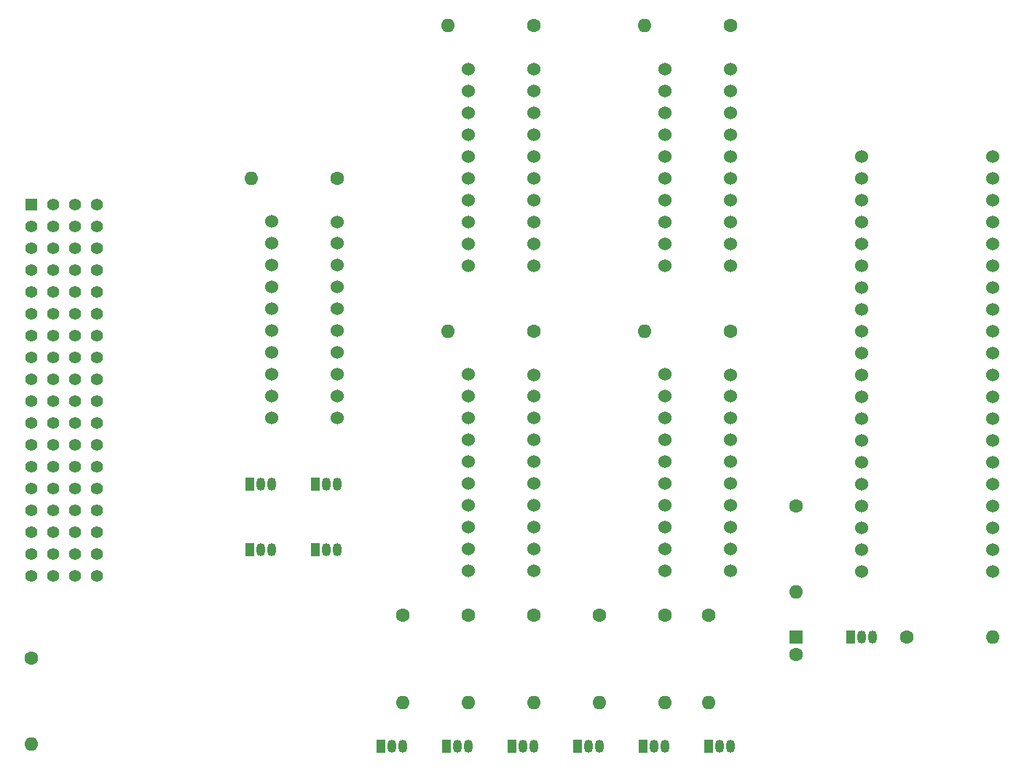
<source format=gbr>
%TF.GenerationSoftware,KiCad,Pcbnew,7.0.9*%
%TF.CreationDate,2024-11-14T04:31:41-07:00*%
%TF.ProjectId,Through_Hole_Single,5468726f-7567-4685-9f48-6f6c655f5369,rev?*%
%TF.SameCoordinates,Original*%
%TF.FileFunction,Soldermask,Top*%
%TF.FilePolarity,Negative*%
%FSLAX46Y46*%
G04 Gerber Fmt 4.6, Leading zero omitted, Abs format (unit mm)*
G04 Created by KiCad (PCBNEW 7.0.9) date 2024-11-14 04:31:41*
%MOMM*%
%LPD*%
G01*
G04 APERTURE LIST*
%ADD10C,1.600000*%
%ADD11O,1.600000X1.600000*%
%ADD12R,1.050000X1.500000*%
%ADD13O,1.050000X1.500000*%
%ADD14C,1.524000*%
%ADD15R,1.600000X1.600000*%
%ADD16R,1.397000X1.397000*%
%ADD17C,1.397000*%
G04 APERTURE END LIST*
D10*
%TO.C,C3*%
X99568000Y-71374000D03*
D11*
X89568000Y-71374000D03*
%TD*%
D12*
%TO.C,Q9*%
X89408000Y-106934000D03*
D13*
X90678000Y-106934000D03*
X91948000Y-106934000D03*
%TD*%
D10*
%TO.C,C5*%
X145288000Y-89154000D03*
D11*
X135288000Y-89154000D03*
%TD*%
D12*
%TO.C,Q8*%
X89408000Y-114554000D03*
D13*
X90678000Y-114554000D03*
X91948000Y-114554000D03*
%TD*%
D14*
%TO.C,U5*%
X114808000Y-58674000D03*
X114808000Y-61214000D03*
X114808000Y-63754000D03*
X114808000Y-66294000D03*
X114808000Y-68834000D03*
X114808000Y-71374000D03*
X114808000Y-73914000D03*
X114808000Y-76454000D03*
X114808000Y-78994000D03*
X114808000Y-81534000D03*
X122428000Y-81534000D03*
X122428000Y-78994000D03*
X122428000Y-76454000D03*
X122428000Y-73914000D03*
X122428000Y-71374000D03*
X122428000Y-68834000D03*
X122428000Y-66294000D03*
X122428000Y-63754000D03*
X122428000Y-61214000D03*
X122428000Y-58714000D03*
%TD*%
D12*
%TO.C,Q7*%
X97028000Y-106934000D03*
D13*
X98298000Y-106934000D03*
X99568000Y-106934000D03*
%TD*%
D14*
%TO.C,U3*%
X91948000Y-76414000D03*
X91948000Y-78954000D03*
X91948000Y-81494000D03*
X91948000Y-84034000D03*
X91948000Y-86574000D03*
X91948000Y-89114000D03*
X91948000Y-91654000D03*
X91948000Y-94194000D03*
X91948000Y-96734000D03*
X91948000Y-99274000D03*
X99568000Y-99274000D03*
X99568000Y-96734000D03*
X99568000Y-94194000D03*
X99568000Y-91654000D03*
X99568000Y-89114000D03*
X99568000Y-86574000D03*
X99568000Y-84034000D03*
X99568000Y-81494000D03*
X99568000Y-78954000D03*
X99568000Y-76454000D03*
%TD*%
D10*
%TO.C,R5*%
X114808000Y-122174000D03*
D11*
X114808000Y-132334000D03*
%TD*%
D12*
%TO.C,U1*%
X159258000Y-124714000D03*
D13*
X160528000Y-124714000D03*
X161798000Y-124714000D03*
%TD*%
D12*
%TO.C,Q10*%
X97028000Y-114554000D03*
D13*
X98298000Y-114554000D03*
X99568000Y-114554000D03*
%TD*%
D12*
%TO.C,Q4*%
X119888000Y-137414000D03*
D13*
X121158000Y-137414000D03*
X122428000Y-137414000D03*
%TD*%
D12*
%TO.C,Q5*%
X112268000Y-137414000D03*
D13*
X113538000Y-137414000D03*
X114808000Y-137414000D03*
%TD*%
D14*
%TO.C,U6*%
X114808000Y-94194000D03*
X114808000Y-96734000D03*
X114808000Y-99274000D03*
X114808000Y-101814000D03*
X114808000Y-104354000D03*
X114808000Y-106894000D03*
X114808000Y-109434000D03*
X114808000Y-111974000D03*
X114808000Y-114514000D03*
X114808000Y-117054000D03*
X122428000Y-117054000D03*
X122428000Y-114514000D03*
X122428000Y-111974000D03*
X122428000Y-109434000D03*
X122428000Y-106894000D03*
X122428000Y-104354000D03*
X122428000Y-101814000D03*
X122428000Y-99274000D03*
X122428000Y-96734000D03*
X122428000Y-94234000D03*
%TD*%
%TO.C,U2*%
X137668000Y-58674000D03*
X137668000Y-61214000D03*
X137668000Y-63754000D03*
X137668000Y-66294000D03*
X137668000Y-68834000D03*
X137668000Y-71374000D03*
X137668000Y-73914000D03*
X137668000Y-76454000D03*
X137668000Y-78994000D03*
X137668000Y-81534000D03*
X145288000Y-81534000D03*
X145288000Y-78994000D03*
X145288000Y-76454000D03*
X145288000Y-73914000D03*
X145288000Y-71374000D03*
X145288000Y-68834000D03*
X145288000Y-66294000D03*
X145288000Y-63754000D03*
X145288000Y-61214000D03*
X145288000Y-58714000D03*
%TD*%
D10*
%TO.C,C6*%
X145288000Y-53594000D03*
D11*
X135288000Y-53594000D03*
%TD*%
D12*
%TO.C,Q1*%
X142748000Y-137414000D03*
D13*
X144018000Y-137414000D03*
X145288000Y-137414000D03*
%TD*%
D10*
%TO.C,R6*%
X107188000Y-122174000D03*
D11*
X107188000Y-132334000D03*
%TD*%
D10*
%TO.C,C8*%
X152908000Y-109474000D03*
D11*
X152908000Y-119474000D03*
%TD*%
D10*
%TO.C,R4*%
X122428000Y-122174000D03*
D11*
X122428000Y-132334000D03*
%TD*%
D12*
%TO.C,Q2*%
X135128000Y-137414000D03*
D13*
X136398000Y-137414000D03*
X137668000Y-137414000D03*
%TD*%
D15*
%TO.C,C2*%
X152908000Y-124714000D03*
D10*
X152908000Y-126714000D03*
%TD*%
%TO.C,C4*%
X122428000Y-89154000D03*
D11*
X112428000Y-89154000D03*
%TD*%
D10*
%TO.C,R1*%
X142748000Y-122174000D03*
D11*
X142748000Y-132334000D03*
%TD*%
D10*
%TO.C,C9*%
X64008000Y-127160000D03*
D11*
X64008000Y-137160000D03*
%TD*%
D10*
%TO.C,R2*%
X137668000Y-122174000D03*
D11*
X137668000Y-132334000D03*
%TD*%
D12*
%TO.C,Q6*%
X104648000Y-137414000D03*
D13*
X105918000Y-137414000D03*
X107188000Y-137414000D03*
%TD*%
D14*
%TO.C,U4*%
X137668000Y-94194000D03*
X137668000Y-96734000D03*
X137668000Y-99274000D03*
X137668000Y-101814000D03*
X137668000Y-104354000D03*
X137668000Y-106894000D03*
X137668000Y-109434000D03*
X137668000Y-111974000D03*
X137668000Y-114514000D03*
X137668000Y-117054000D03*
X145288000Y-117054000D03*
X145288000Y-114514000D03*
X145288000Y-111974000D03*
X145288000Y-109434000D03*
X145288000Y-106894000D03*
X145288000Y-104354000D03*
X145288000Y-101814000D03*
X145288000Y-99274000D03*
X145288000Y-96734000D03*
X145288000Y-94234000D03*
%TD*%
%TO.C,J1*%
X160528000Y-68834000D03*
X160528000Y-71374000D03*
X160528000Y-73914000D03*
X160528000Y-76454000D03*
X160528000Y-78994000D03*
X160528000Y-81534000D03*
X160528000Y-84074000D03*
X160528000Y-86614000D03*
X160528000Y-89154000D03*
X160528000Y-91694000D03*
X160528000Y-94234000D03*
X160528000Y-96774000D03*
X160528000Y-99314000D03*
X160528000Y-101854000D03*
X160528000Y-104394000D03*
X160528000Y-106934000D03*
X160528000Y-109474000D03*
X160528000Y-112014000D03*
X160528000Y-114554000D03*
X160528000Y-117094000D03*
X175768000Y-117094000D03*
X175768000Y-114554000D03*
X175768000Y-112014000D03*
X175768000Y-109474000D03*
X175768000Y-106934000D03*
X175768000Y-104394000D03*
X175768000Y-101854000D03*
X175768000Y-99314000D03*
X175768000Y-96774000D03*
X175768000Y-94234000D03*
X175768000Y-91694000D03*
X175768000Y-89154000D03*
X175768000Y-86614000D03*
X175768000Y-84074000D03*
X175768000Y-81534000D03*
X175768000Y-78994000D03*
X175768000Y-76454000D03*
X175768000Y-73914000D03*
X175768000Y-71374000D03*
X175768000Y-68834000D03*
%TD*%
D12*
%TO.C,Q3*%
X127508000Y-137414000D03*
D13*
X128778000Y-137414000D03*
X130048000Y-137414000D03*
%TD*%
D10*
%TO.C,R3*%
X130048000Y-122174000D03*
D11*
X130048000Y-132334000D03*
%TD*%
D10*
%TO.C,C1*%
X165768000Y-124714000D03*
D11*
X175768000Y-124714000D03*
%TD*%
D10*
%TO.C,C7*%
X122428000Y-53594000D03*
D11*
X112428000Y-53594000D03*
%TD*%
D16*
%TO.C,J2*%
X64008000Y-74422000D03*
D17*
X66548000Y-74422000D03*
X69088000Y-74422000D03*
X71628000Y-74422000D03*
X64008000Y-76962000D03*
X66548000Y-76962000D03*
X69088000Y-76962000D03*
X71628000Y-76962000D03*
X64008000Y-79502000D03*
X66548000Y-79502000D03*
X69088000Y-79502000D03*
X71628000Y-79502000D03*
X64008000Y-82042000D03*
X66548000Y-82042000D03*
X69088000Y-82042000D03*
X71628000Y-82042000D03*
X64008000Y-84582000D03*
X66548000Y-84582000D03*
X69088000Y-84582000D03*
X71628000Y-84582000D03*
X64008000Y-87122000D03*
X66548000Y-87122000D03*
X69088000Y-87122000D03*
X71628000Y-87122000D03*
X64008000Y-89662000D03*
X66548000Y-89662000D03*
X69088000Y-89662000D03*
X71628000Y-89662000D03*
X64008000Y-92202000D03*
X66548000Y-92202000D03*
X69088000Y-92202000D03*
X71628000Y-92202000D03*
X64008000Y-94742000D03*
X66548000Y-94742000D03*
X69088000Y-94742000D03*
X71628000Y-94742000D03*
X64008000Y-97282000D03*
X66548000Y-97282000D03*
X69088000Y-97282000D03*
X71628000Y-97282000D03*
X64008000Y-99822000D03*
X66548000Y-99822000D03*
X69088000Y-99822000D03*
X71628000Y-99822000D03*
X64008000Y-102362000D03*
X66548000Y-102362000D03*
X69088000Y-102362000D03*
X71628000Y-102362000D03*
X64008000Y-104902000D03*
X66548000Y-104902000D03*
X69088000Y-104902000D03*
X71628000Y-104902000D03*
X64008000Y-107442000D03*
X66548000Y-107442000D03*
X69088000Y-107442000D03*
X71628000Y-107442000D03*
X64008000Y-109982000D03*
X66548000Y-109982000D03*
X69088000Y-109982000D03*
X71628000Y-109982000D03*
X64008000Y-112522000D03*
X66548000Y-112522000D03*
X69088000Y-112522000D03*
X71628000Y-112522000D03*
X64008000Y-115062000D03*
X66548000Y-115062000D03*
X69088000Y-115062000D03*
X71628000Y-115062000D03*
X64008000Y-117602000D03*
X66548000Y-117602000D03*
X69088000Y-117602000D03*
X71628000Y-117602000D03*
%TD*%
M02*

</source>
